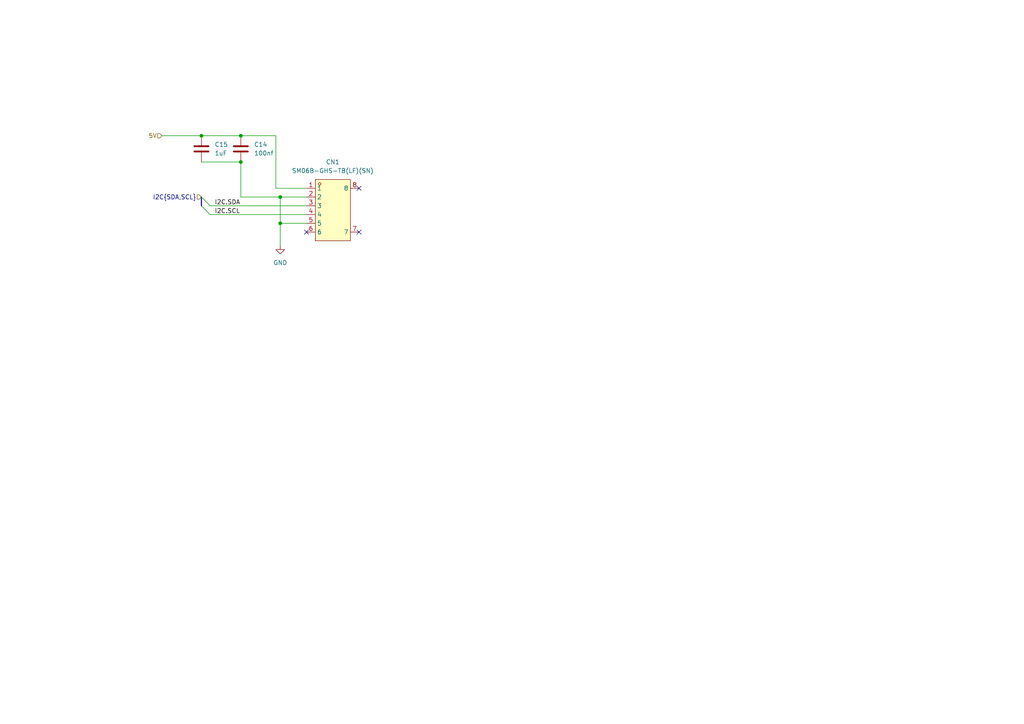
<source format=kicad_sch>
(kicad_sch (version 20250114) (generator "eeschema") (generator_version "9.0")
  (paper "A4")
  (lib_symbols
    (symbol "Device:C" (pin_numbers (hide yes)) (pin_names (offset 0.254))
      (property "Reference" "C" (at 0.635 2.54 0))
      (property "Value" "C" (at 0.635 -2.54 0))
      (symbol "C_0_1"
        (polyline (pts (xy -2.032 0.762) (xy 2.032 0.762)) (stroke (width 0.508)))
        (polyline (pts (xy -2.032 -0.762) (xy 2.032 -0.762)) (stroke (width 0.508)))
      )
      (symbol "C_1_1"
        (pin passive line (at 0 3.81 270) (length 2.794) (name "~") (number "1"))
        (pin passive line (at 0 -3.81 90) (length 2.794) (name "~") (number "2"))
      )
    )
    (symbol "easyeda2kicad:SM06B-GHS-TB(LF)(SN)"
      (property "Reference" "CN" (at 0 11.43 0))
      (property "Value" "SM06B-GHS-TB(LF)(SN)" (at 0 -11.43 0))
      (symbol "SM06B-GHS-TB(LF)(SN)_0_1"
        (rectangle (start -5.08 8.89) (end 5.08 -8.89) (fill (type background)))
        (circle (center -3.81 7.62) (radius 0.38))
        (pin unspecified line (at -7.62 6.35 0) (length 2.54) (name "1") (number "1"))
        (pin unspecified line (at -7.62 3.81 0) (length 2.54) (name "2") (number "2"))
        (pin unspecified line (at -7.62 1.27 0) (length 2.54) (name "3") (number "3"))
        (pin unspecified line (at -7.62 -1.27 0) (length 2.54) (name "4") (number "4"))
        (pin unspecified line (at -7.62 -3.81 0) (length 2.54) (name "5") (number "5"))
        (pin unspecified line (at -7.62 -6.35 0) (length 2.54) (name "6") (number "6"))
        (pin unspecified line (at 7.62 6.35 180) (length 2.54) (name "8") (number "8"))
        (pin unspecified line (at 7.62 -6.35 180) (length 2.54) (name "7") (number "7"))
      )
    )
    (symbol "power:GND" (power) (pin_numbers (hide yes)) (pin_names (offset 0) (hide yes))
      (property "Value" "GND" (at 0 -3.81 0))
      (symbol "GND_0_1"
        (polyline (pts (xy 0 0) (xy 0 -1.27) (xy 1.27 -1.27) (xy 0 -2.54) (xy -1.27 -1.27) (xy 0 -1.27)))
      )
      (symbol "GND_1_1"
        (pin power_in line (at 0 0 270) (length 0) (name "~") (number "1"))
      )
    )
  )
  (junction (at 69.85 39.37))
  (junction (at 69.85 46.99))
  (junction (at 81.28 57.15))
  (junction (at 81.28 64.77))
  (junction (at 58.42 39.37))
  (no_connect (at 88.9 67.31))
  (no_connect (at 104.14 54.61))
  (no_connect (at 104.14 67.31))
  (bus_entry (at 58.42 57.15) (size 2.54 2.54))
  (bus_entry (at 58.42 59.69) (size 2.54 2.54))
  (wire (pts (xy 81.28 64.77) (xy 81.28 71.12)))
  (wire (pts (xy 60.96 62.23) (xy 88.9 62.23)))
  (bus (pts (xy 58.42 57.15) (xy 58.42 59.69)))
  (wire (pts (xy 60.96 59.69) (xy 88.9 59.69)))
  (wire (pts (xy 88.9 57.15) (xy 81.28 57.15)))
  (wire (pts (xy 81.28 57.15) (xy 81.28 64.77)))
  (wire (pts (xy 81.28 57.15) (xy 69.85 57.15)))
  (wire (pts (xy 58.42 39.37) (xy 69.85 39.37)))
  (wire (pts (xy 80.01 54.61) (xy 88.9 54.61)))
  (wire (pts (xy 80.01 39.37) (xy 80.01 54.61)))
  (wire (pts (xy 88.9 64.77) (xy 81.28 64.77)))
  (wire (pts (xy 69.85 57.15) (xy 69.85 46.99)))
  (wire (pts (xy 58.42 46.99) (xy 69.85 46.99)))
  (wire (pts (xy 46.99 39.37) (xy 58.42 39.37)))
  (wire (pts (xy 69.85 39.37) (xy 80.01 39.37)))
  (label "I2C.SCL" (at 62.23 62.23 0))
  (label "I2C.SDA" (at 62.23 59.69 0))
  (hierarchical_label "I2C{SDA,SCL}" (shape input) (at 58.42 57.15 180))
  (hierarchical_label "5V" (shape input) (at 46.99 39.37 180))
  (symbol (lib_id "Device:C") (at 69.85 43.18 0) (unit 1)
    (property "Reference" "C14" (at 73.66 41.9099 0) (effects (justify left)))
    (property "Value" "100nf" (at 73.66 44.4499 0) (effects (justify left)))
    (property "Footprint" "Capacitor_SMD:C_0603_1608Metric" (effects (hide yes)))
    (property "Description" "Unpolarized capacitor" (effects (hide yes)))
  )
  (symbol (lib_id "power:GND") (at 81.28 71.12 0) (unit 1)
    (property "Reference" "#PWR09" (effects (hide yes)))
    (property "Value" "GND" (at 81.28 76.2 0))
    (property "Description" "Power symbol creates a global label with name \"GND\" , ground" (effects (hide yes)))
  )
  (symbol (lib_id "easyeda2kicad:SM06B-GHS-TB(LF)(SN)") (at 96.52 60.96 0) (unit 1)
    (property "Reference" "CN1" (at 96.52 46.99 0))
    (property "Value" "SM06B-GHS-TB(LF)(SN)" (at 96.52 49.53 0))
    (property "Footprint" "easyeda2kicad:CONN-TH_SM06B-GHS-TB-LF-SN" (effects (hide yes)))
    (property "Datasheet" "https://lcsc.com/product-detail/Connectors_JST_SM06B-GHS-TB-LF-SN_SM06B-GHS-TB-LF-SN_C133065.html" (effects (hide yes)))
    (property "LCSC Part" "C133065" (effects (hide yes)))
  )
  (symbol (lib_id "Device:C") (at 58.42 43.18 0) (unit 1)
    (property "Reference" "C15" (at 62.23 41.9099 0) (effects (justify left)))
    (property "Value" "1uF" (at 62.23 44.4499 0) (effects (justify left)))
    (property "Footprint" "Capacitor_SMD:C_0603_1608Metric" (effects (hide yes)))
    (property "Description" "Unpolarized capacitor" (effects (hide yes)))
  )
)
</source>
